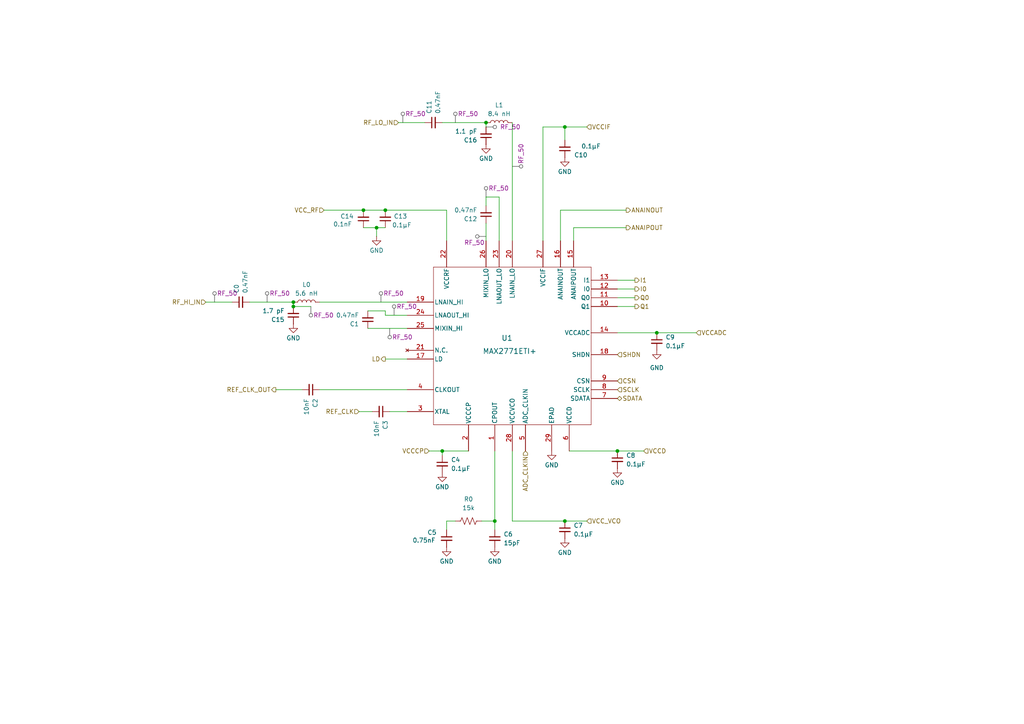
<source format=kicad_sch>
(kicad_sch (version 20250114) (generator "eeschema") (generator_version "9.0")
  (paper "A4")
  (title_block (title "MAX2771ETI+ module") (company "K. Karpacz"))
  (lib_symbols
    (symbol "Device:C_Small" (pin_numbers (hide yes)) (pin_names (offset 0.254) (hide yes))
      (property "Reference" "C" (at 0.254 1.778 0))
      (property "Value" "C_Small" (at 0.254 -2.032 0))
      (symbol "C_Small_0_1"
        (polyline (pts (xy -1.524 0.508) (xy 1.524 0.508)) (stroke (width 0.3048)))
        (polyline (pts (xy -1.524 -0.508) (xy 1.524 -0.508)) (stroke (width 0.3302)))
      )
      (symbol "C_Small_1_1"
        (pin passive line (at 0 2.54 270) (length 2.032) (name "~") (number "1"))
        (pin passive line (at 0 -2.54 90) (length 2.032) (name "~") (number "2"))
      )
    )
    (symbol "Device:L" (pin_numbers (hide yes)) (pin_names (offset 1.016) (hide yes))
      (property "Reference" "L" (at -1.27 0 90))
      (property "Value" "L" (at 1.905 0 90))
      (symbol "L_0_1"
        (arc (start 0 2.54) (mid 0.6323 1.905) (end 0 1.27))
        (arc (start 0 1.27) (mid 0.6323 0.635) (end 0 0))
        (arc (start 0 0) (mid 0.6323 -0.635) (end 0 -1.27))
        (arc (start 0 -1.27) (mid 0.6323 -1.905) (end 0 -2.54))
      )
      (symbol "L_1_1"
        (pin passive line (at 0 3.81 270) (length 1.27) (name "1") (number "1"))
        (pin passive line (at 0 -3.81 90) (length 1.27) (name "2") (number "2"))
      )
    )
    (symbol "Device:R_US" (pin_numbers (hide yes)) (pin_names (offset 0))
      (property "Reference" "R" (at 2.54 0 90))
      (property "Value" "R_US" (at -2.54 0 90))
      (symbol "R_US_0_1"
        (polyline (pts (xy 0 2.286) (xy 0 2.54)))
        (polyline (pts (xy 0 2.286) (xy 1.016 1.905) (xy 0 1.524) (xy -1.016 1.143) (xy 0 0.762)))
        (polyline (pts (xy 0 0.762) (xy 1.016 0.381) (xy 0 0) (xy -1.016 -0.381) (xy 0 -0.762)))
        (polyline (pts (xy 0 -0.762) (xy 1.016 -1.143) (xy 0 -1.524) (xy -1.016 -1.905) (xy 0 -2.286)))
        (polyline (pts (xy 0 -2.286) (xy 0 -2.54)))
      )
      (symbol "R_US_1_1"
        (pin passive line (at 0 3.81 270) (length 1.27) (name "~") (number "1"))
        (pin passive line (at 0 -3.81 90) (length 1.27) (name "~") (number "2"))
      )
    )
    (symbol "max2771eti+:MAX2771ETI+" (pin_names (offset 0.254))
      (property "Reference" "U" (at 28.194 -13.208 0))
      (property "Value" "MAX2771ETI+" (at 29.464 -15.494 0))
      (symbol "MAX2771ETI+_0_1"
        (polyline (pts (xy 7.62 5.08) (xy 7.62 -40.64)) (stroke (width 0.127)))
        (polyline (pts (xy 7.62 -40.64) (xy 53.34 -40.64)) (stroke (width 0.127)))
        (polyline (pts (xy 53.34 5.08) (xy 7.62 5.08)) (stroke (width 0.127)))
        (polyline (pts (xy 53.34 -40.64) (xy 53.34 5.08)) (stroke (width 0.127)))
        (pin unspecified line (at 0 -5.08 0) (length 7.62) (name "LNAIN_HI") (number "19"))
        (pin output line (at 0 -8.89 0) (length 7.62) (name "LNAOUT_HI") (number "24"))
        (pin unspecified line (at 0 -12.7 0) (length 7.62) (name "MIXIN_HI") (number "25"))
        (pin no_connect line (at 0 -19.05 0) (length 7.62) (name "N.C.") (number "21"))
        (pin unspecified line (at 0 -21.59 0) (length 7.62) (name "LD") (number "17"))
        (pin output line (at 0 -30.48 0) (length 7.62) (name "CLKOUT") (number "4"))
        (pin unspecified line (at 0 -36.83 0) (length 7.62) (name "XTAL") (number "3"))
        (pin power_in line (at 11.43 12.7 270) (length 7.62) (name "VCCRF") (number "22"))
        (pin power_in line (at 17.78 -48.26 90) (length 7.62) (name "VCCCP") (number "2"))
        (pin unspecified line (at 22.86 12.7 270) (length 7.62) (name "MIXIN_LO") (number "26"))
        (pin output line (at 25.4 -48.26 90) (length 7.62) (name "CPOUT") (number "1"))
        (pin output line (at 26.67 12.7 270) (length 7.62) (name "LNAOUT_LO") (number "23"))
        (pin unspecified line (at 30.48 12.7 270) (length 7.62) (name "LNAIN_LO") (number "20"))
        (pin power_in line (at 30.48 -48.26 90) (length 7.62) (name "VCCVCO") (number "28"))
        (pin unspecified line (at 34.29 -48.26 90) (length 7.62) (name "ADC_CLKIN") (number "5"))
        (pin power_in line (at 39.37 12.7 270) (length 7.62) (name "VCCIF") (number "27"))
        (pin unspecified line (at 41.91 -48.26 90) (length 7.62) (name "EPAD") (number "29"))
        (pin output line (at 44.45 12.7 270) (length 7.62) (name "ANAINOUT") (number "16"))
        (pin power_in line (at 46.99 -48.26 90) (length 7.62) (name "VCCD") (number "6"))
        (pin output line (at 48.26 12.7 270) (length 7.62) (name "ANAIPOUT") (number "15"))
        (pin bidirectional line (at 60.96 1.27 180) (length 7.62) (name "I1") (number "13"))
        (pin bidirectional line (at 60.96 -1.27 180) (length 7.62) (name "I0") (number "12"))
        (pin bidirectional line (at 60.96 -3.81 180) (length 7.62) (name "Q0") (number "11"))
        (pin bidirectional line (at 60.96 -6.35 180) (length 7.62) (name "Q1") (number "10"))
        (pin power_in line (at 60.96 -13.97 180) (length 7.62) (name "VCCADC") (number "14"))
        (pin unspecified line (at 60.96 -20.32 180) (length 7.62) (name "SHDN") (number "18"))
        (pin unspecified line (at 60.96 -27.94 180) (length 7.62) (name "CSN") (number "9"))
        (pin unspecified line (at 60.96 -30.48 180) (length 7.62) (name "SCLK") (number "8"))
        (pin unspecified line (at 60.96 -33.02 180) (length 7.62) (name "SDATA") (number "7"))
      )
    )
    (symbol "power:GND" (power) (pin_numbers (hide yes)) (pin_names (offset 0) (hide yes))
      (property "Value" "GND" (at 0 -3.81 0))
      (symbol "GND_0_1"
        (polyline (pts (xy 0 0) (xy 0 -1.27) (xy 1.27 -1.27) (xy 0 -2.54) (xy -1.27 -1.27) (xy 0 -1.27)))
      )
      (symbol "GND_1_1"
        (pin power_in line (at 0 0 270) (length 0) (name "~") (number "1"))
      )
    )
  )
  (junction (at 163.83 36.83))
  (junction (at 140.97 35.56))
  (junction (at 163.83 151.13))
  (junction (at 85.09 87.63))
  (junction (at 111.76 60.96))
  (junction (at 105.41 60.96))
  (junction (at 179.07 130.81))
  (junction (at 190.5 96.52))
  (junction (at 128.27 130.81))
  (junction (at 109.22 66.04))
  (junction (at 85.09 88.9))
  (junction (at 143.51 151.13))
  (wire (pts (xy 105.41 66.04) (xy 109.22 66.04)))
  (wire (pts (xy 111.76 60.96) (xy 129.54 60.96)))
  (wire (pts (xy 128.27 35.56) (xy 140.97 35.56)))
  (wire (pts (xy 165.1 130.81) (xy 179.07 130.81)))
  (wire (pts (xy 129.54 153.67) (xy 129.54 151.13)))
  (wire (pts (xy 140.97 36.83) (xy 140.97 35.56)))
  (wire (pts (xy 179.07 81.28) (xy 184.15 81.28)))
  (wire (pts (xy 179.07 86.36) (xy 184.15 86.36)))
  (wire (pts (xy 179.07 130.81) (xy 186.69 130.81)))
  (wire (pts (xy 111.76 104.14) (xy 118.11 104.14)))
  (wire (pts (xy 80.01 113.03) (xy 87.63 113.03)))
  (wire (pts (xy 129.54 60.96) (xy 129.54 69.85)))
  (wire (pts (xy 59.69 87.63) (xy 67.31 87.63)))
  (wire (pts (xy 140.97 59.69) (xy 140.97 57.15)))
  (wire (pts (xy 163.83 36.83) (xy 157.48 36.83)))
  (wire (pts (xy 72.39 87.63) (xy 85.09 87.63)))
  (wire (pts (xy 140.97 64.77) (xy 140.97 69.85)))
  (wire (pts (xy 106.68 90.17) (xy 111.76 90.17)))
  (wire (pts (xy 92.71 87.63) (xy 118.11 87.63)))
  (wire (pts (xy 166.37 66.04) (xy 181.61 66.04)))
  (wire (pts (xy 128.27 130.81) (xy 128.27 132.08)))
  (wire (pts (xy 148.59 35.56) (xy 148.59 69.85)))
  (wire (pts (xy 109.22 66.04) (xy 109.22 68.58)))
  (wire (pts (xy 162.56 60.96) (xy 162.56 69.85)))
  (wire (pts (xy 143.51 151.13) (xy 143.51 153.67)))
  (wire (pts (xy 129.54 151.13) (xy 132.08 151.13)))
  (wire (pts (xy 92.71 113.03) (xy 118.11 113.03)))
  (wire (pts (xy 163.83 151.13) (xy 148.59 151.13)))
  (wire (pts (xy 170.18 36.83) (xy 163.83 36.83)))
  (wire (pts (xy 106.68 95.25) (xy 118.11 95.25)))
  (wire (pts (xy 143.51 130.81) (xy 143.51 151.13)))
  (wire (pts (xy 140.97 57.15) (xy 144.78 57.15)))
  (wire (pts (xy 179.07 96.52) (xy 190.5 96.52)))
  (wire (pts (xy 104.14 119.38) (xy 107.95 119.38)))
  (wire (pts (xy 179.07 83.82) (xy 184.15 83.82)))
  (wire (pts (xy 115.57 35.56) (xy 123.19 35.56)))
  (wire (pts (xy 111.76 91.44) (xy 118.11 91.44)))
  (wire (pts (xy 166.37 69.85) (xy 166.37 66.04)))
  (wire (pts (xy 135.89 130.81) (xy 128.27 130.81)))
  (wire (pts (xy 85.09 88.9) (xy 85.09 87.63)))
  (wire (pts (xy 139.7 151.13) (xy 143.51 151.13)))
  (wire (pts (xy 190.5 96.52) (xy 201.93 96.52)))
  (wire (pts (xy 85.09 88.9) (xy 90.17 88.9)))
  (wire (pts (xy 105.41 60.96) (xy 111.76 60.96)))
  (wire (pts (xy 181.61 60.96) (xy 162.56 60.96)))
  (wire (pts (xy 124.46 130.81) (xy 128.27 130.81)))
  (wire (pts (xy 148.59 151.13) (xy 148.59 130.81)))
  (wire (pts (xy 93.98 60.96) (xy 105.41 60.96)))
  (wire (pts (xy 144.78 57.15) (xy 144.78 69.85)))
  (wire (pts (xy 113.03 119.38) (xy 118.11 119.38)))
  (wire (pts (xy 111.76 90.17) (xy 111.76 91.44)))
  (wire (pts (xy 170.18 151.13) (xy 163.83 151.13)))
  (wire (pts (xy 157.48 36.83) (xy 157.48 69.85)))
  (wire (pts (xy 179.07 88.9) (xy 184.15 88.9)))
  (wire (pts (xy 109.22 66.04) (xy 111.76 66.04)))
  (wire (pts (xy 163.83 36.83) (xy 163.83 40.64)))
  (hierarchical_label "VCC_VCO" (shape input) (at 170.18 151.13 0))
  (hierarchical_label "VCCCP" (shape input) (at 124.46 130.81 180))
  (hierarchical_label "I0" (shape output) (at 184.15 83.82 0))
  (hierarchical_label "Q1" (shape output) (at 184.15 88.9 0))
  (hierarchical_label "REF_CLK_OUT" (shape output) (at 80.01 113.03 180))
  (hierarchical_label "SCLK" (shape input) (at 179.07 113.03 0))
  (hierarchical_label "VCC_RF" (shape input) (at 93.98 60.96 180))
  (hierarchical_label "VCCADC" (shape input) (at 201.93 96.52 0))
  (hierarchical_label "Q0" (shape output) (at 184.15 86.36 0))
  (hierarchical_label "RF_LO_IN" (shape input) (at 115.57 35.56 180))
  (hierarchical_label "SHDN" (shape input) (at 179.07 102.87 0))
  (hierarchical_label "LD" (shape output) (at 111.76 104.14 180))
  (hierarchical_label "VCCD" (shape input) (at 186.69 130.81 0))
  (hierarchical_label "VCCIF" (shape input) (at 170.18 36.83 0))
  (hierarchical_label "SDATA" (shape bidirectional) (at 179.07 115.57 0))
  (hierarchical_label "ANAIPOUT" (shape output) (at 181.61 66.04 0))
  (hierarchical_label "RF_HI_IN" (shape input) (at 59.69 87.63 180))
  (hierarchical_label "ADC_CLKIN" (shape input) (at 152.4 130.81 270))
  (hierarchical_label "I1" (shape output) (at 184.15 81.28 0))
  (hierarchical_label "ANAINOUT" (shape output) (at 181.61 60.96 0))
  (hierarchical_label "REF_CLK" (shape input) (at 104.14 119.38 180))
  (hierarchical_label "CSN" (shape input) (at 179.07 110.49 0))
  (netclass_flag "" (length 2.54) (shape round) (at 114.3 91.44 0) (property "Netclass" "RF_50" (at 114.9985 88.9 0) (effects (justify left))))
  (netclass_flag "" (length 2.54) (shape round) (at 77.47 87.63 0) (property "Netclass" "RF_50" (at 78.1685 85.09 0) (effects (justify left))))
  (netclass_flag "" (length 2.54) (shape round) (at 132.08 35.56 0) (property "Netclass" "RF_50" (at 132.7785 33.02 0) (effects (justify left))))
  (netclass_flag "" (length 2.54) (shape round) (at 110.49 87.63 0) (property "Netclass" "RF_50" (at 111.1885 85.09 0) (effects (justify left))))
  (netclass_flag "" (length 2.54) (shape round) (at 90.17 88.9 180) (property "Netclass" "RF_50" (at 90.8685 91.44 0) (effects (justify left))))
  (netclass_flag "" (length 2.54) (shape round) (at 140.97 36.83 270) (property "Netclass" "RF_50" (at 145.034 36.83 0) (effects (justify left))))
  (netclass_flag "" (length 2.54) (shape round) (at 62.23 87.63 0) (property "Netclass" "RF_50" (at 62.9285 85.09 0) (effects (justify left))))
  (netclass_flag "" (length 2.54) (shape round) (at 113.03 95.25 180) (property "Netclass" "RF_50" (at 113.7285 97.79 0) (effects (justify left))))
  (netclass_flag "" (length 2.54) (shape round) (at 116.84 35.56 0) (property "Netclass" "RF_50" (at 117.5385 33.02 0) (effects (justify left))))
  (netclass_flag "" (length 2.54) (shape round) (at 140.97 68.58 90) (property "Netclass" "RF_50" (at 134.62 70.358 0) (effects (justify left))))
  (netclass_flag "" (length 2.54) (shape round) (at 148.59 48.26 270) (property "Netclass" "RF_50" (at 151.13 47.5615 90) (effects (justify left))))
  (netclass_flag "" (length 2.54) (shape round) (at 140.97 57.15 0) (property "Netclass" "RF_50" (at 141.6685 54.61 0) (effects (justify left))))
  (symbol (lib_id "Device:C_Small") (at 140.97 39.37 180) (unit 1)
    (property "Reference" "C16" (at 138.43 40.6338 0) (effects (justify left)))
    (property "Value" "1.1 pF" (at 138.43 38.0938 0) (effects (justify left)))
    (property "Footprint" "Capacitor_SMD:C_0603_1608Metric" (effects (hide yes)))
    (property "Description" "Unpolarized capacitor, small symbol" (effects (hide yes)))
  )
  (symbol (lib_id "power:GND") (at 109.22 68.58 0) (unit 1)
    (property "Reference" "#PWR09" (effects (hide yes)))
    (property "Value" "GND" (at 109.22 72.644 0))
    (property "Description" "Power symbol creates a global label with name \"GND\" , ground" (effects (hide yes)))
  )
  (symbol (lib_id "power:GND") (at 190.5 101.6 0) (unit 1)
    (property "Reference" "#PWR01" (effects (hide yes)))
    (property "Value" "GND" (at 190.5 106.68 0))
    (property "Description" "Power symbol creates a global label with name \"GND\" , ground" (effects (hide yes)))
  )
  (symbol (lib_id "Device:C_Small") (at 69.85 87.63 90) (unit 1)
    (property "Reference" "C0" (at 68.5862 85.09 0) (effects (justify left)))
    (property "Value" "0.47nF" (at 71.1262 85.09 0) (effects (justify left)))
    (property "Footprint" "Capacitor_SMD:C_0603_1608Metric" (effects (hide yes)))
    (property "Description" "Unpolarized capacitor, small symbol" (effects (hide yes)))
  )
  (symbol (lib_id "Device:R_US") (at 135.89 151.13 90) (unit 1)
    (property "Reference" "R0" (at 135.89 144.78 90))
    (property "Value" "15k" (at 135.89 147.32 90))
    (property "Footprint" "Resistor_SMD:R_0805_2012Metric" (effects (hide yes)))
    (property "Description" "Resistor, US symbol" (effects (hide yes)))
  )
  (symbol (lib_id "power:GND") (at 160.02 130.81 0) (unit 1)
    (property "Reference" "#PWR02" (effects (hide yes)))
    (property "Value" "GND" (at 160.02 134.874 0))
    (property "Description" "Power symbol creates a global label with name \"GND\" , ground" (effects (hide yes)))
  )
  (symbol (lib_id "Device:C_Small") (at 110.49 119.38 270) (unit 1)
    (property "Reference" "C3" (at 111.7538 121.92 0) (effects (justify left)))
    (property "Value" "10nF" (at 109.2138 121.92 0) (effects (justify left)))
    (property "Footprint" "Capacitor_SMD:C_0603_1608Metric" (effects (hide yes)))
    (property "Description" "Unpolarized capacitor, small symbol" (effects (hide yes)))
  )
  (symbol (lib_id "Device:C_Small") (at 143.51 156.21 0) (unit 1)
    (property "Reference" "C6" (at 146.05 154.9462 0) (effects (justify left)))
    (property "Value" "15pF" (at 146.05 157.4862 0) (effects (justify left)))
    (property "Footprint" "Capacitor_SMD:C_0603_1608Metric" (effects (hide yes)))
    (property "Description" "Unpolarized capacitor, small symbol" (effects (hide yes)))
  )
  (symbol (lib_id "power:GND") (at 85.09 93.98 0) (unit 1)
    (property "Reference" "#PWR08" (effects (hide yes)))
    (property "Value" "GND" (at 85.09 98.044 0))
    (property "Description" "Power symbol creates a global label with name \"GND\" , ground" (effects (hide yes)))
  )
  (symbol (lib_id "power:GND") (at 128.27 137.16 0) (unit 1)
    (property "Reference" "#PWR07" (effects (hide yes)))
    (property "Value" "GND" (at 128.27 141.224 0))
    (property "Description" "Power symbol creates a global label with name \"GND\" , ground" (effects (hide yes)))
  )
  (symbol (lib_id "power:GND") (at 163.83 45.72 0) (unit 1)
    (property "Reference" "#PWR011" (effects (hide yes)))
    (property "Value" "GND" (at 163.83 49.784 0))
    (property "Description" "Power symbol creates a global label with name \"GND\" , ground" (effects (hide yes)))
  )
  (symbol (lib_id "power:GND") (at 163.83 156.21 0) (unit 1)
    (property "Reference" "#PWR04" (effects (hide yes)))
    (property "Value" "GND" (at 163.83 160.274 0))
    (property "Description" "Power symbol creates a global label with name \"GND\" , ground" (effects (hide yes)))
  )
  (symbol (lib_id "Device:C_Small") (at 106.68 92.71 180) (unit 1)
    (property "Reference" "C1" (at 104.14 93.9738 0) (effects (justify left)))
    (property "Value" "0.47nF" (at 104.14 91.4338 0) (effects (justify left)))
    (property "Footprint" "Capacitor_SMD:C_0603_1608Metric" (effects (hide yes)))
    (property "Description" "Unpolarized capacitor, small symbol" (effects (hide yes)))
  )
  (symbol (lib_id "Device:C_Small") (at 140.97 62.23 180) (unit 1)
    (property "Reference" "C12" (at 138.43 63.4938 0) (effects (justify left)))
    (property "Value" "0.47nF" (at 138.43 60.9538 0) (effects (justify left)))
    (property "Footprint" "Capacitor_SMD:C_0603_1608Metric" (effects (hide yes)))
    (property "Description" "Unpolarized capacitor, small symbol" (effects (hide yes)))
  )
  (symbol (lib_id "Device:C_Small") (at 190.5 99.06 0) (unit 1)
    (property "Reference" "C9" (at 193.04 97.7962 0) (effects (justify left)))
    (property "Value" "0.1μF" (at 193.04 100.3362 0) (effects (justify left)))
    (property "Footprint" "Capacitor_SMD:C_0603_1608Metric" (effects (hide yes)))
    (property "Description" "Unpolarized capacitor, small symbol" (effects (hide yes)))
  )
  (symbol (lib_id "Device:L") (at 88.9 87.63 90) (unit 1)
    (property "Reference" "L0" (at 88.9 82.55 90))
    (property "Value" "5.6 nH" (at 88.9 85.09 90))
    (property "Footprint" "Inductor_SMD:L_1206_3216Metric" (effects (hide yes)))
    (property "Description" "Inductor" (effects (hide yes)))
  )
  (symbol (lib_id "max2771eti+:MAX2771ETI+") (at 118.11 82.55 0) (unit 1)
    (property "Reference" "U1" (at 147.066 98.044 0) (effects (font (size 1.524 1.524))))
    (property "Value" "MAX2771ETI+" (at 147.828 101.854 0) (effects (font (size 1.524 1.524))))
    (property "Footprint" "footprints:21-0140L_T2855-8_MXM" (effects (hide yes)))
    (property "Datasheet" "MAX2771ETI+" (effects (hide yes)))
  )
  (symbol (lib_id "Device:C_Small") (at 179.07 133.35 0) (unit 1)
    (property "Reference" "C8" (at 181.61 132.0862 0) (effects (justify left)))
    (property "Value" "0.1μF" (at 181.61 134.6262 0) (effects (justify left)))
    (property "Footprint" "Capacitor_SMD:C_0603_1608Metric" (effects (hide yes)))
    (property "Description" "Unpolarized capacitor, small symbol" (effects (hide yes)))
  )
  (symbol (lib_id "power:GND") (at 140.97 41.91 0) (unit 1)
    (property "Reference" "#PWR010" (effects (hide yes)))
    (property "Value" "GND" (at 140.97 45.974 0))
    (property "Description" "Power symbol creates a global label with name \"GND\" , ground" (effects (hide yes)))
  )
  (symbol (lib_id "power:GND") (at 129.54 158.75 0) (unit 1)
    (property "Reference" "#PWR06" (effects (hide yes)))
    (property "Value" "GND" (at 129.54 162.814 0))
    (property "Description" "Power symbol creates a global label with name \"GND\" , ground" (effects (hide yes)))
  )
  (symbol (lib_id "Device:C_Small") (at 163.83 153.67 0) (unit 1)
    (property "Reference" "C7" (at 166.37 152.4062 0) (effects (justify left)))
    (property "Value" "0.1μF" (at 166.37 154.9462 0) (effects (justify left)))
    (property "Footprint" "Capacitor_SMD:C_0603_1608Metric" (effects (hide yes)))
    (property "Description" "Unpolarized capacitor, small symbol" (effects (hide yes)))
  )
  (symbol (lib_id "power:GND") (at 179.07 135.89 0) (unit 1)
    (property "Reference" "#PWR03" (effects (hide yes)))
    (property "Value" "GND" (at 179.07 139.954 0))
    (property "Description" "Power symbol creates a global label with name \"GND\" , ground" (effects (hide yes)))
  )
  (symbol (lib_id "Device:C_Small") (at 128.27 134.62 0) (unit 1)
    (property "Reference" "C4" (at 130.81 133.3562 0) (effects (justify left)))
    (property "Value" "0.1μF" (at 130.81 135.8962 0) (effects (justify left)))
    (property "Footprint" "Capacitor_SMD:C_0603_1608Metric" (effects (hide yes)))
    (property "Description" "Unpolarized capacitor, small symbol" (effects (hide yes)))
  )
  (symbol (lib_id "Device:L") (at 144.78 35.56 90) (unit 1)
    (property "Reference" "L1" (at 144.78 30.48 90))
    (property "Value" "8.4 nH" (at 144.78 33.02 90))
    (property "Footprint" "Inductor_SMD:L_1206_3216Metric" (effects (hide yes)))
    (property "Description" "Inductor" (effects (hide yes)))
  )
  (symbol (lib_id "Device:C_Small") (at 90.17 113.03 270) (unit 1)
    (property "Reference" "C2" (at 91.4338 115.57 0) (effects (justify left)))
    (property "Value" "10nF" (at 88.8938 115.57 0) (effects (justify left)))
    (property "Footprint" "Capacitor_SMD:C_0603_1608Metric" (effects (hide yes)))
    (property "Description" "Unpolarized capacitor, small symbol" (effects (hide yes)))
  )
  (symbol (lib_id "Device:C_Small") (at 105.41 63.5 180) (unit 1)
    (property "Reference" "C14" (at 102.616 62.738 0) (effects (justify left)))
    (property "Value" "0.1nF" (at 102.108 65.024 0) (effects (justify left)))
    (property "Footprint" "Capacitor_SMD:C_0603_1608Metric" (effects (hide yes)))
    (property "Description" "Unpolarized capacitor, small symbol" (effects (hide yes)))
  )
  (symbol (lib_id "Device:C_Small") (at 125.73 35.56 90) (unit 1)
    (property "Reference" "C11" (at 124.4662 33.02 0) (effects (justify left)))
    (property "Value" "0.47nF" (at 127.0062 33.02 0) (effects (justify left)))
    (property "Footprint" "Capacitor_SMD:C_0603_1608Metric" (effects (hide yes)))
    (property "Description" "Unpolarized capacitor, small symbol" (effects (hide yes)))
  )
  (symbol (lib_id "Device:C_Small") (at 111.76 63.5 180) (unit 1)
    (property "Reference" "C13" (at 118.11 62.738 0) (effects (justify left)))
    (property "Value" "0.1μF" (at 119.38 65.278 0) (effects (justify left)))
    (property "Footprint" "Capacitor_SMD:C_0603_1608Metric" (effects (hide yes)))
    (property "Description" "Unpolarized capacitor, small symbol" (effects (hide yes)))
  )
  (symbol (lib_id "Device:C_Small") (at 85.09 91.44 180) (unit 1)
    (property "Reference" "C15" (at 82.55 92.7038 0) (effects (justify left)))
    (property "Value" "1.7 pF" (at 82.55 90.1638 0) (effects (justify left)))
    (property "Footprint" "Capacitor_SMD:C_0603_1608Metric" (effects (hide yes)))
    (property "Description" "Unpolarized capacitor, small symbol" (effects (hide yes)))
  )
  (symbol (lib_id "Device:C_Small") (at 129.54 156.21 0) (unit 1)
    (property "Reference" "C5" (at 123.952 154.432 0) (effects (justify left)))
    (property "Value" "0.75nF" (at 119.634 156.718 0) (effects (justify left)))
    (property "Footprint" "Capacitor_SMD:C_0603_1608Metric" (effects (hide yes)))
    (property "Description" "Unpolarized capacitor, small symbol" (effects (hide yes)))
  )
  (symbol (lib_id "power:GND") (at 143.51 158.75 0) (unit 1)
    (property "Reference" "#PWR05" (effects (hide yes)))
    (property "Value" "GND" (at 143.51 162.814 0))
    (property "Description" "Power symbol creates a global label with name \"GND\" , ground" (effects (hide yes)))
  )
  (symbol (lib_id "Device:C_Small") (at 163.83 43.18 180) (unit 1)
    (property "Reference" "C10" (at 170.434 44.958 0) (effects (justify left)))
    (property "Value" "0.1μF" (at 174.244 42.418 0) (effects (justify left)))
    (property "Footprint" "Capacitor_SMD:C_0603_1608Metric" (effects (hide yes)))
    (property "Description" "Unpolarized capacitor, small symbol" (effects (hide yes)))
  )
)
</source>
